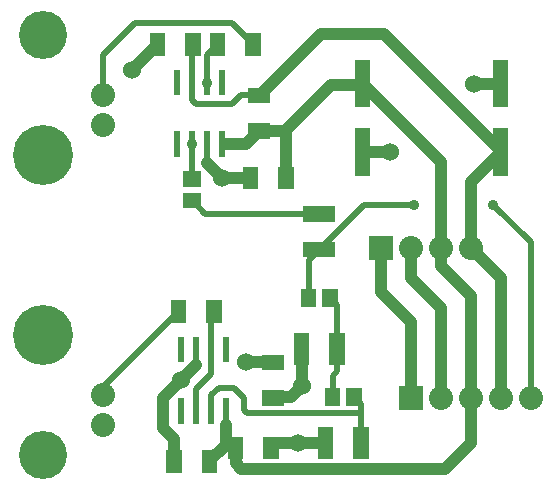
<source format=gbr>
G04 start of page 2 for group 0 idx 0 *
G04 Title: (unknown), top *
G04 Creator: pcb 20140316 *
G04 CreationDate: Wed 25 Mar 2015 11:47:28 AM GMT UTC *
G04 For: fosse *
G04 Format: Gerber/RS-274X *
G04 PCB-Dimensions (mil): 2170.00 1700.00 *
G04 PCB-Coordinate-Origin: lower left *
%MOIN*%
%FSLAX25Y25*%
%LNTOP*%
%ADD24C,0.0320*%
%ADD23C,0.0790*%
%ADD22C,0.0350*%
%ADD21C,0.0600*%
%ADD20C,0.0360*%
%ADD19R,0.0200X0.0200*%
%ADD18R,0.0515X0.0515*%
%ADD17R,0.0512X0.0512*%
%ADD16C,0.1600*%
%ADD15C,0.2000*%
%ADD14C,0.0800*%
%ADD13C,0.0001*%
%ADD12C,0.0200*%
%ADD11C,0.0400*%
G54D11*X157000Y34000D02*Y59500D01*
X147000Y69500D01*
Y84000D01*
X157000Y74000D02*Y84000D01*
G54D12*X132405Y50500D02*Y65138D01*
X130043Y67500D01*
X122957Y80052D02*X141405Y98500D01*
X130957Y34500D02*Y41457D01*
X132500Y43000D01*
Y50405D01*
X132405Y50500D01*
X122957Y67500D02*Y80052D01*
X126500Y95405D02*X88552D01*
X84000Y99957D01*
X85500Y37000D02*X90500Y42000D01*
Y50250D01*
G54D11*X120595Y50500D02*Y38095D01*
X102000Y46000D02*X110905D01*
X111000Y45905D01*
G54D12*X90500Y49000D02*Y62095D01*
X91405Y63000D01*
X85500Y29750D02*Y37000D01*
X90500Y29750D02*Y35000D01*
X93000Y37500D01*
X98000D01*
X101500Y34000D01*
Y30000D01*
G54D11*X89905Y13000D02*X95405Y18500D01*
X98595Y17500D02*Y12405D01*
X100500Y10500D01*
G54D12*X140405Y29000D02*X102478Y29022D01*
G54D11*X111905Y19000D02*X110405Y17500D01*
X111905Y19000D02*X128595D01*
X95405Y18500D02*X98500D01*
X95500Y18595D02*Y25000D01*
G54D12*X102478Y29022D02*X101500Y30000D01*
G54D11*X120595Y38095D02*X117000Y34500D01*
X111405D01*
X111000Y34095D01*
X78095Y13000D02*Y20405D01*
X74500Y24000D01*
Y34000D01*
X85500Y45000D01*
X100500Y10500D02*X168500D01*
G54D12*X140405Y19000D02*Y32138D01*
X138043Y34500D01*
G54D11*X168500Y10500D02*X177000Y19000D01*
Y68000D02*Y19000D01*
Y84000D02*Y106083D01*
X187000Y116083D01*
Y34000D02*Y74000D01*
X177000Y84000D01*
G54D12*X197000Y86000D02*X184500Y98500D01*
G54D11*X141000Y116083D02*X150083D01*
X187000Y138917D02*X178083D01*
X167000Y112917D02*X141000Y138917D01*
X141417Y138500D02*X141459Y138459D01*
G54D12*X158000Y98500D02*X141405D01*
G54D11*X141000Y138500D02*X141209Y138709D01*
X177000Y68000D02*X167000Y78000D01*
Y64000D02*X157000Y74000D01*
X167000Y112917D02*Y78000D01*
Y34000D02*Y64000D01*
X187209Y116291D02*X148000Y155500D01*
G54D12*X197000Y34000D02*Y86000D01*
X84000Y151595D02*X84405Y152000D01*
X89000Y148405D02*Y139250D01*
Y148405D02*X92595Y152000D01*
X84000Y151595D02*Y133500D01*
X97500Y132000D02*X100500Y135000D01*
X94000Y118750D02*X102155D01*
X106500Y123095D01*
G54D11*X102155Y118750D02*X106453Y123048D01*
X106405Y123000D02*X115405D01*
Y107500D02*Y123405D01*
G54D12*X84000Y133500D02*X85500Y132000D01*
X97500D01*
X84000Y118750D02*Y107043D01*
X89000Y118750D02*Y113000D01*
G54D11*X94000Y107500D02*X89000Y112500D01*
G54D12*X94500Y107500D02*X103595D01*
G54D11*X103000D02*X94500D01*
X95000D02*X94000D01*
X95250Y118750D02*X102155D01*
X72595Y152000D02*X64000Y143500D01*
G54D12*X54500Y148500D02*X65000Y159000D01*
X54500Y135000D02*Y148500D01*
X65000Y159000D02*X97405D01*
X54500Y35000D02*Y37905D01*
X79595Y63000D01*
X100500Y135000D02*X106405D01*
X106500Y134905D01*
X97405Y159000D02*X104405Y152000D01*
G54D11*X127095Y155500D02*X106500Y134905D01*
X127095Y155500D02*X148000D01*
X115405Y123405D02*X130500Y138500D01*
X141000D01*
G54D13*G36*
X153000Y38000D02*Y30000D01*
X161000D01*
Y38000D01*
X153000D01*
G37*
G54D14*X167000Y34000D03*
X177000D03*
G54D13*G36*
X143000Y88000D02*Y80000D01*
X151000D01*
Y88000D01*
X143000D01*
G37*
G54D14*X157000Y84000D03*
X167000D03*
X177000D03*
X187000Y34000D03*
X197000D03*
G54D15*X34500Y115000D03*
G54D14*X54500Y125000D03*
Y135000D03*
G54D16*X34500Y155000D03*
Y15000D03*
G54D15*Y55000D03*
G54D14*X54500Y25000D03*
Y35000D03*
G54D17*X123745Y83595D02*X129255D01*
X123745Y95405D02*X129255D01*
X122957Y67893D02*Y67107D01*
X130043Y67893D02*Y67107D01*
G54D18*X141000Y121398D02*Y110768D01*
X187000Y144232D02*Y133602D01*
Y121398D02*Y110768D01*
G54D17*X120595Y53255D02*Y47745D01*
X132405Y53255D02*Y47745D01*
X128595Y21755D02*Y16245D01*
X109819Y45905D02*X112181D01*
X110405Y18681D02*Y16319D01*
X130957Y34893D02*Y34107D01*
X140405Y21755D02*Y16245D01*
X138043Y34893D02*Y34107D01*
X109819Y34095D02*X112181D01*
G54D19*X80500Y33000D02*Y26500D01*
X85500Y33000D02*Y26500D01*
X90500Y33000D02*Y26500D01*
X95500Y33000D02*Y26500D01*
Y53500D02*Y47000D01*
G54D17*X98595Y18681D02*Y16319D01*
G54D19*X90500Y53500D02*Y47000D01*
G54D17*X91405Y64181D02*Y61819D01*
X89905Y14181D02*Y11819D01*
G54D19*X85500Y53500D02*Y47000D01*
X80500Y53500D02*Y47000D01*
G54D17*X79595Y64181D02*Y61819D01*
X78095Y14181D02*Y11819D01*
G54D18*X141000Y144232D02*Y133602D01*
G54D19*X94000Y142500D02*Y136000D01*
X89000Y142500D02*Y136000D01*
X84000Y142500D02*Y136000D01*
X79000Y142500D02*Y136000D01*
G54D17*X92595Y153181D02*Y150819D01*
X104405Y153181D02*Y150819D01*
X72595Y153181D02*Y150819D01*
X84405Y153181D02*Y150819D01*
X105319Y134905D02*X107681D01*
G54D19*X79000Y122000D02*Y115500D01*
X84000Y122000D02*Y115500D01*
X89000Y122000D02*Y115500D01*
X94000Y122000D02*Y115500D01*
G54D17*X105319Y123095D02*X107681D01*
X103595Y108681D02*Y106319D01*
X115405Y108681D02*Y106319D01*
X83607Y99957D02*X84393D01*
X83607Y107043D02*X84393D01*
G54D20*X84000Y118750D03*
X89000Y139250D03*
G54D21*X64000Y143500D03*
X150083Y116083D03*
X178083Y138917D03*
G54D20*X158000Y98500D03*
X184500D03*
G54D21*X94000Y107500D03*
X119500Y19000D03*
X120595Y38095D03*
X80500Y40000D03*
X102000Y46000D03*
G54D12*G54D22*G54D12*G54D22*G54D11*G54D23*G54D24*G54D23*G54D24*M02*

</source>
